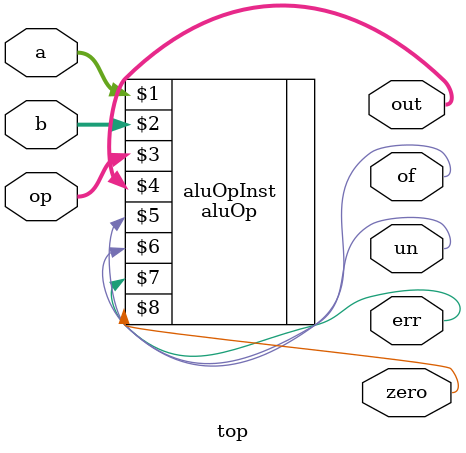
<source format=v>
`timescale 1ns / 1ps

module top#(parameter size=4)(a, b, op, out, of, un, err, zero);
    input [size-1:0] a, b;
    input [3:0] op;
    output of, un, err, zero;
    output [size-1:0] out;
    
    aluOp #(4)aluOpInst(a, b, op, out, of, un, err, zero);
    
endmodule

</source>
